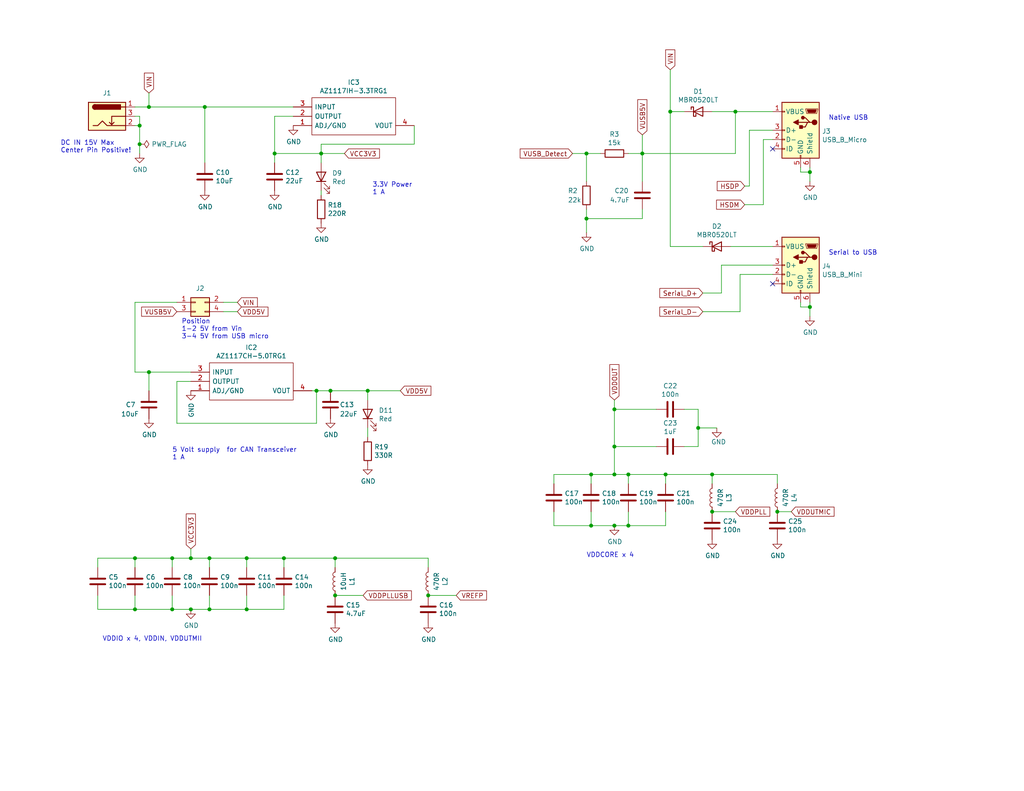
<source format=kicad_sch>
(kicad_sch (version 20211123) (generator eeschema)
  (paper "USLetter")
  (title_block (title "SAMduino") (date "2021-10-22") (rev "1.0") (company "Quantum Embedded Systems"))
  (lib_symbols
    (symbol "Connector:Barrel_Jack_Switch" (pin_names hide)
      (property "Reference" "J" (at 0 5.334 0))
      (property "Value" "Barrel_Jack_Switch" (at 0 -5.08 0))
      (symbol "Barrel_Jack_Switch_0_1"
        (rectangle (start -5.08 3.81) (end 5.08 -3.81) (stroke (width 0.254)) (fill (type background)))
        (arc (start -3.302 3.175) (mid -3.937 2.54) (end -3.302 1.905) (stroke (width 0.254)))
        (arc (start -3.302 3.175) (mid -3.937 2.54) (end -3.302 1.905) (stroke (width 0.254)) (fill (type outline)))
        (polyline (pts (xy 1.27 -2.286) (xy 1.905 -1.651)) (stroke (width 0.254)))
        (polyline (pts (xy 5.08 2.54) (xy 3.81 2.54)) (stroke (width 0.254)))
        (polyline (pts (xy 5.08 0) (xy 1.27 0) (xy 1.27 -2.286) (xy 0.635 -1.651)) (stroke (width 0.254)))
        (polyline (pts (xy -3.81 -2.54) (xy -2.54 -2.54) (xy -1.27 -1.27) (xy 0 -2.54) (xy 2.54 -2.54) (xy 5.08 -2.54)) (stroke (width 0.254)))
        (rectangle (start 3.683 3.175) (end -3.302 1.905) (stroke (width 0.254)) (fill (type outline)))
      )
      (symbol "Barrel_Jack_Switch_1_1"
        (pin passive line (at 7.62 2.54 180) (length 2.54) (name "~") (number "1"))
        (pin passive line (at 7.62 -2.54 180) (length 2.54) (name "~") (number "2"))
        (pin passive line (at 7.62 0 180) (length 2.54) (name "~") (number "3"))
      )
    )
    (symbol "Connector_Generic:Conn_02x02_Odd_Even" (pin_names (offset 1.016) hide)
      (property "Reference" "J" (at 1.27 2.54 0))
      (property "Value" "Conn_02x02_Odd_Even" (at 1.27 -5.08 0))
      (symbol "Conn_02x02_Odd_Even_1_1"
        (rectangle (start -1.27 -2.413) (end 0 -2.667) (stroke (width 0.1524)))
        (rectangle (start -1.27 0.127) (end 0 -0.127) (stroke (width 0.1524)))
        (rectangle (start -1.27 1.27) (end 3.81 -3.81) (stroke (width 0.254)) (fill (type background)))
        (rectangle (start 3.81 -2.413) (end 2.54 -2.667) (stroke (width 0.1524)))
        (rectangle (start 3.81 0.127) (end 2.54 -0.127) (stroke (width 0.1524)))
        (pin passive line (at -5.08 0 0) (length 3.81) (name "Pin_1") (number "1"))
        (pin passive line (at 7.62 0 180) (length 3.81) (name "Pin_2") (number "2"))
        (pin passive line (at -5.08 -2.54 0) (length 3.81) (name "Pin_3") (number "3"))
        (pin passive line (at 7.62 -2.54 180) (length 3.81) (name "Pin_4") (number "4"))
      )
    )
    (symbol "Device:C" (pin_numbers hide) (pin_names (offset 0.254))
      (property "Reference" "C" (at 0.635 2.54 0))
      (property "Value" "C" (at 0.635 -2.54 0))
      (symbol "C_0_1"
        (polyline (pts (xy -2.032 -0.762) (xy 2.032 -0.762)) (stroke (width 0.508)))
        (polyline (pts (xy -2.032 0.762) (xy 2.032 0.762)) (stroke (width 0.508)))
      )
      (symbol "C_1_1"
        (pin passive line (at 0 3.81 270) (length 2.794) (name "~") (number "1"))
        (pin passive line (at 0 -3.81 90) (length 2.794) (name "~") (number "2"))
      )
    )
    (symbol "Device:L" (pin_numbers hide) (pin_names (offset 1.016) hide)
      (property "Reference" "L" (at -1.27 0 90))
      (property "Value" "L" (at 1.905 0 90))
      (symbol "L_0_1"
        (arc (start 0 -2.54) (mid 0.635 -1.905) (end 0 -1.27))
        (arc (start 0 -1.27) (mid 0.635 -0.635) (end 0 0))
        (arc (start 0 0) (mid 0.635 0.635) (end 0 1.27))
        (arc (start 0 1.27) (mid 0.635 1.905) (end 0 2.54))
      )
      (symbol "L_1_1"
        (pin passive line (at 0 3.81 270) (length 1.27) (name "1") (number "1"))
        (pin passive line (at 0 -3.81 90) (length 1.27) (name "2") (number "2"))
      )
    )
    (symbol "Device:LED" (pin_numbers hide) (pin_names (offset 1.016) hide)
      (property "Reference" "D" (at 0 2.54 0))
      (property "Value" "LED" (at 0 -2.54 0))
      (symbol "LED_0_1"
        (polyline (pts (xy -1.27 -1.27) (xy -1.27 1.27)) (stroke (width 0.254)))
        (polyline (pts (xy -1.27 0) (xy 1.27 0)))
        (polyline (pts (xy 1.27 -1.27) (xy 1.27 1.27) (xy -1.27 0) (xy 1.27 -1.27)) (stroke (width 0.254)))
        (polyline (pts (xy -3.048 -0.762) (xy -4.572 -2.286) (xy -3.81 -2.286) (xy -4.572 -2.286) (xy -4.572 -1.524)))
        (polyline (pts (xy -1.778 -0.762) (xy -3.302 -2.286) (xy -2.54 -2.286) (xy -3.302 -2.286) (xy -3.302 -1.524)))
      )
      (symbol "LED_1_1"
        (pin passive line (at -3.81 0 0) (length 2.54) (name "K") (number "1"))
        (pin passive line (at 3.81 0 180) (length 2.54) (name "A") (number "2"))
      )
    )
    (symbol "Device:R" (pin_numbers hide) (pin_names (offset 0))
      (property "Reference" "R" (at 2.032 0 90))
      (property "Value" "R" (at 0 0 90))
      (symbol "R_0_1"
        (rectangle (start -1.016 -2.54) (end 1.016 2.54) (stroke (width 0.254)))
      )
      (symbol "R_1_1"
        (pin passive line (at 0 3.81 270) (length 1.27) (name "~") (number "1"))
        (pin passive line (at 0 -3.81 90) (length 1.27) (name "~") (number "2"))
      )
    )
    (symbol "Diode:MBR0520LT" (pin_numbers hide) (pin_names (offset 1.016) hide)
      (property "Reference" "D" (at 0 2.54 0))
      (property "Value" "MBR0520LT" (at 0 -2.54 0))
      (symbol "MBR0520LT_0_1"
        (polyline (pts (xy 1.27 0) (xy -1.27 0)))
        (polyline (pts (xy 1.27 1.27) (xy 1.27 -1.27) (xy -1.27 0) (xy 1.27 1.27)) (stroke (width 0.254)))
        (polyline (pts (xy -1.905 0.635) (xy -1.905 1.27) (xy -1.27 1.27) (xy -1.27 -1.27) (xy -0.635 -1.27) (xy -0.635 -0.635)) (stroke (width 0.254)))
      )
      (symbol "MBR0520LT_1_1"
        (pin passive line (at -3.81 0 0) (length 2.54) (name "K") (number "1"))
        (pin passive line (at 3.81 0 180) (length 2.54) (name "A") (number "2"))
      )
    )
    (symbol "SamacSys_Parts:AZ1117CH-5.0TRG1" (pin_names (offset 0.762))
      (property "Reference" "IC" (at 29.21 7.62 0))
      (property "Value" "AZ1117CH-5.0TRG1" (at 29.21 5.08 0))
      (symbol "AZ1117CH-5.0TRG1_0_0"
        (pin passive line (at 0 0 0) (length 5.08) (name "ADJ/GND") (number "1"))
        (pin passive line (at 0 -2.54 0) (length 5.08) (name "OUTPUT") (number "2"))
        (pin passive line (at 0 -5.08 0) (length 5.08) (name "INPUT") (number "3"))
        (pin passive line (at 33.02 0 180) (length 5.08) (name "VOUT") (number "4"))
      )
      (symbol "AZ1117CH-5.0TRG1_0_1"
        (polyline (pts (xy 5.08 2.54) (xy 27.94 2.54) (xy 27.94 -7.62) (xy 5.08 -7.62) (xy 5.08 2.54)) (stroke (width 0.1524)))
      )
    )
    (symbol "SamacSys_Parts:AZ1117IH-3.3TRG1" (pin_names (offset 0.762))
      (property "Reference" "IC" (at 29.21 7.62 0))
      (property "Value" "AZ1117IH-3.3TRG1" (at 29.21 5.08 0))
      (symbol "AZ1117IH-3.3TRG1_0_0"
        (pin passive line (at 0 0 0) (length 5.08) (name "ADJ/GND") (number "1"))
        (pin passive line (at 0 -2.54 0) (length 5.08) (name "OUTPUT") (number "2"))
        (pin passive line (at 0 -5.08 0) (length 5.08) (name "INPUT") (number "3"))
        (pin passive line (at 33.02 0 180) (length 5.08) (name "VOUT") (number "4"))
      )
      (symbol "AZ1117IH-3.3TRG1_0_1"
        (polyline (pts (xy 5.08 2.54) (xy 27.94 2.54) (xy 27.94 -7.62) (xy 5.08 -7.62) (xy 5.08 2.54)) (stroke (width 0.1524)))
      )
    )
    (symbol "SamacSys_Parts:USB_B_Micro" (pin_names (offset 1.016))
      (property "Reference" "J" (at -5.08 11.43 0))
      (property "Value" "USB_B_Micro" (at -5.08 8.89 0))
      (symbol "USB_B_Micro_0_1"
        (rectangle (start -5.08 -7.62) (end 5.08 7.62) (stroke (width 0.254)) (fill (type background)))
        (circle (center -3.81 2.159) (radius 0.635) (stroke (width 0.254)) (fill (type outline)))
        (circle (center -0.635 3.429) (radius 0.381) (stroke (width 0.254)) (fill (type outline)))
        (rectangle (start -0.127 -7.62) (end 0.127 -6.858))
        (polyline (pts (xy -1.905 2.159) (xy 0.635 2.159)) (stroke (width 0.254)))
        (polyline (pts (xy -3.175 2.159) (xy -2.54 2.159) (xy -1.27 3.429) (xy -0.635 3.429)) (stroke (width 0.254)))
        (polyline (pts (xy -2.54 2.159) (xy -1.905 2.159) (xy -1.27 0.889) (xy 0 0.889)) (stroke (width 0.254)))
        (polyline (pts (xy 0.635 2.794) (xy 0.635 1.524) (xy 1.905 2.159) (xy 0.635 2.794)) (stroke (width 0.254)) (fill (type outline)))
        (polyline (pts (xy -4.318 5.588) (xy -1.778 5.588) (xy -2.032 4.826) (xy -4.064 4.826) (xy -4.318 5.588)) (fill (type outline)))
        (polyline (pts (xy -4.699 5.842) (xy -4.699 5.588) (xy -4.445 4.826) (xy -4.445 4.572) (xy -1.651 4.572) (xy -1.651 4.826) (xy -1.397 5.588) (xy -1.397 5.842) (xy -4.699 5.842)))
        (rectangle (start 0.254 1.27) (end -0.508 0.508) (stroke (width 0.254)) (fill (type outline)))
        (rectangle (start 5.08 -5.207) (end 4.318 -4.953))
        (rectangle (start 5.08 -2.667) (end 4.318 -2.413))
        (rectangle (start 5.08 -0.127) (end 4.318 0.127))
        (rectangle (start 5.08 4.953) (end 4.318 5.207))
      )
      (symbol "USB_B_Micro_1_1"
        (pin passive line (at 7.62 5.08 180) (length 2.54) (name "VBUS") (number "1"))
        (pin bidirectional line (at 7.62 -2.54 180) (length 2.54) (name "D-") (number "2"))
        (pin bidirectional line (at 7.62 0 180) (length 2.54) (name "D+") (number "3"))
        (pin passive line (at 7.62 -5.08 180) (length 2.54) (name "ID") (number "4"))
        (pin passive line (at 0 -10.16 90) (length 2.54) (name "GND") (number "5"))
        (pin passive line (at -2.54 -10.16 90) (length 2.54) (name "Shield") (number "6"))
      )
    )
    (symbol "SamacSys_Parts:USB_B_Mini" (pin_names (offset 1.016))
      (property "Reference" "J" (at -5.08 11.43 0))
      (property "Value" "USB_B_Mini" (at -5.08 8.89 0))
      (symbol "USB_B_Mini_0_1"
        (rectangle (start -5.08 -7.62) (end 5.08 7.62) (stroke (width 0.254)) (fill (type background)))
        (circle (center -3.81 2.159) (radius 0.635) (stroke (width 0.254)) (fill (type outline)))
        (circle (center -0.635 3.429) (radius 0.381) (stroke (width 0.254)) (fill (type outline)))
        (rectangle (start -0.127 -7.62) (end 0.127 -6.858))
        (polyline (pts (xy -1.905 2.159) (xy 0.635 2.159)) (stroke (width 0.254)))
        (polyline (pts (xy -3.175 2.159) (xy -2.54 2.159) (xy -1.27 3.429) (xy -0.635 3.429)) (stroke (width 0.254)))
        (polyline (pts (xy -2.54 2.159) (xy -1.905 2.159) (xy -1.27 0.889) (xy 0 0.889)) (stroke (width 0.254)))
        (polyline (pts (xy 0.635 2.794) (xy 0.635 1.524) (xy 1.905 2.159) (xy 0.635 2.794)) (stroke (width 0.254)) (fill (type outline)))
        (polyline (pts (xy -4.318 5.588) (xy -1.778 5.588) (xy -2.032 4.826) (xy -4.064 4.826) (xy -4.318 5.588)) (fill (type outline)))
        (polyline (pts (xy -4.699 5.842) (xy -4.699 5.588) (xy -4.445 4.826) (xy -4.445 4.572) (xy -1.651 4.572) (xy -1.651 4.826) (xy -1.397 5.588) (xy -1.397 5.842) (xy -4.699 5.842)))
        (rectangle (start 0.254 1.27) (end -0.508 0.508) (stroke (width 0.254)) (fill (type outline)))
        (rectangle (start 5.08 -5.207) (end 4.318 -4.953))
        (rectangle (start 5.08 -2.667) (end 4.318 -2.413))
        (rectangle (start 5.08 -0.127) (end 4.318 0.127))
        (rectangle (start 5.08 4.953) (end 4.318 5.207))
      )
      (symbol "USB_B_Mini_1_1"
        (pin passive line (at 7.62 5.08 180) (length 2.54) (name "VBUS") (number "1"))
        (pin bidirectional line (at 7.62 -2.54 180) (length 2.54) (name "D-") (number "2"))
        (pin bidirectional line (at 7.62 0 180) (length 2.54) (name "D+") (number "3"))
        (pin passive line (at 7.62 -5.08 180) (length 2.54) (name "ID") (number "4"))
        (pin passive line (at 0 -10.16 90) (length 2.54) (name "GND") (number "5"))
        (pin passive line (at -2.54 -10.16 90) (length 2.54) (name "Shield") (number "6"))
      )
    )
    (symbol "power:GND" (power) (pin_names (offset 0))
      (property "Value" "GND" (at 0 -3.81 0))
      (symbol "GND_0_1"
        (polyline (pts (xy 0 0) (xy 0 -1.27) (xy 1.27 -1.27) (xy 0 -2.54) (xy -1.27 -1.27) (xy 0 -1.27)))
      )
      (symbol "GND_1_1"
        (pin power_in line (at 0 0 270) (length 0) hide (name "GND") (number "1"))
      )
    )
    (symbol "power:PWR_FLAG" (power) (pin_numbers hide) (pin_names (offset 0) hide)
      (property "Value" "PWR_FLAG" (at 0 3.81 0))
      (symbol "PWR_FLAG_0_0"
        (pin power_out line (at 0 0 90) (length 0) (name "pwr") (number "1"))
      )
      (symbol "PWR_FLAG_0_1"
        (polyline (pts (xy 0 0) (xy 0 1.27) (xy -1.016 1.905) (xy 0 2.54) (xy 1.016 1.905) (xy 0 1.27)))
      )
    )
  )
  (junction (at 55.88 29.21))
  (junction (at 171.45 129.54))
  (junction (at 36.83 166.37))
  (junction (at 38.1 34.29))
  (junction (at 190.5 116.84))
  (junction (at 175.26 41.91))
  (junction (at 167.64 121.92))
  (junction (at 182.88 30.48))
  (junction (at 77.47 152.4))
  (junction (at 167.64 111.76))
  (junction (at 57.15 152.4))
  (junction (at 161.29 129.54))
  (junction (at 46.99 166.37))
  (junction (at 40.64 29.21))
  (junction (at 87.63 41.91))
  (junction (at 220.98 83.82))
  (junction (at 86.36 106.68))
  (junction (at 52.07 166.37))
  (junction (at 46.99 152.4))
  (junction (at 67.31 166.37))
  (junction (at 91.44 152.4))
  (junction (at 194.31 139.7))
  (junction (at 161.29 143.51))
  (junction (at 181.61 129.54))
  (junction (at 212.09 139.7))
  (junction (at 90.17 106.68))
  (junction (at 38.1 39.37))
  (junction (at 36.83 152.4))
  (junction (at 67.31 152.4))
  (junction (at 74.93 41.91))
  (junction (at 194.31 129.54))
  (junction (at 160.02 41.91))
  (junction (at 200.66 30.48))
  (junction (at 167.64 129.54))
  (junction (at 220.98 46.99))
  (junction (at 57.15 166.37))
  (junction (at 171.45 143.51))
  (junction (at 100.33 106.68))
  (junction (at 40.64 101.6))
  (junction (at 160.02 59.69))
  (junction (at 52.07 152.4))
  (junction (at 91.44 162.56))
  (junction (at 116.84 162.56))
  (junction (at 167.64 143.51))
  (no_connect (at 210.82 40.64))
  (no_connect (at 210.82 77.47))
  (wire (pts (xy 87.63 53.34) (xy 87.63 52.07)))
  (wire (pts (xy 171.45 143.51) (xy 181.61 143.51)))
  (wire (pts (xy 179.07 121.92) (xy 167.64 121.92)))
  (wire (pts (xy 57.15 162.56) (xy 57.15 166.37)))
  (wire (pts (xy 179.07 111.76) (xy 167.64 111.76)))
  (wire (pts (xy 191.77 85.09) (xy 201.93 85.09)))
  (wire (pts (xy 186.69 121.92) (xy 190.5 121.92)))
  (wire (pts (xy 181.61 143.51) (xy 181.61 139.7)))
  (wire (pts (xy 167.64 111.76) (xy 167.64 121.92)))
  (wire (pts (xy 113.03 39.37) (xy 87.63 39.37)))
  (wire (pts (xy 175.26 57.15) (xy 175.26 59.69)))
  (wire (pts (xy 161.29 132.08) (xy 161.29 129.54)))
  (wire (pts (xy 220.98 46.99) (xy 220.98 49.53)))
  (wire (pts (xy 161.29 143.51) (xy 167.64 143.51)))
  (wire (pts (xy 160.02 41.91) (xy 156.21 41.91)))
  (wire (pts (xy 160.02 41.91) (xy 163.83 41.91)))
  (wire (pts (xy 67.31 166.37) (xy 77.47 166.37)))
  (wire (pts (xy 57.15 166.37) (xy 67.31 166.37)))
  (wire (pts (xy 46.99 166.37) (xy 52.07 166.37)))
  (wire (pts (xy 212.09 129.54) (xy 212.09 132.08)))
  (wire (pts (xy 199.39 67.31) (xy 210.82 67.31)))
  (wire (pts (xy 161.29 129.54) (xy 167.64 129.54)))
  (wire (pts (xy 167.64 143.51) (xy 171.45 143.51)))
  (wire (pts (xy 64.77 82.55) (xy 60.96 82.55)))
  (wire (pts (xy 151.13 129.54) (xy 161.29 129.54)))
  (wire (pts (xy 113.03 34.29) (xy 113.03 39.37)))
  (wire (pts (xy 182.88 67.31) (xy 191.77 67.31)))
  (wire (pts (xy 151.13 132.08) (xy 151.13 129.54)))
  (wire (pts (xy 100.33 106.68) (xy 109.22 106.68)))
  (wire (pts (xy 87.63 39.37) (xy 87.63 41.91)))
  (wire (pts (xy 200.66 30.48) (xy 210.82 30.48)))
  (wire (pts (xy 182.88 19.05) (xy 182.88 30.48)))
  (wire (pts (xy 160.02 49.53) (xy 160.02 41.91)))
  (wire (pts (xy 203.2 55.88) (xy 208.28 55.88)))
  (wire (pts (xy 218.44 46.99) (xy 220.98 46.99)))
  (wire (pts (xy 220.98 45.72) (xy 220.98 46.99)))
  (wire (pts (xy 181.61 129.54) (xy 194.31 129.54)))
  (wire (pts (xy 167.64 109.22) (xy 167.64 111.76)))
  (wire (pts (xy 171.45 129.54) (xy 181.61 129.54)))
  (wire (pts (xy 151.13 143.51) (xy 161.29 143.51)))
  (wire (pts (xy 48.26 104.14) (xy 48.26 115.57)))
  (wire (pts (xy 77.47 166.37) (xy 77.47 162.56)))
  (wire (pts (xy 36.83 154.94) (xy 36.83 152.4)))
  (wire (pts (xy 167.64 129.54) (xy 171.45 129.54)))
  (wire (pts (xy 195.58 116.84) (xy 190.5 116.84)))
  (wire (pts (xy 91.44 152.4) (xy 91.44 154.94)))
  (wire (pts (xy 64.77 85.09) (xy 60.96 85.09)))
  (wire (pts (xy 40.64 29.21) (xy 55.88 29.21)))
  (wire (pts (xy 175.26 41.91) (xy 175.26 36.83)))
  (wire (pts (xy 151.13 139.7) (xy 151.13 143.51)))
  (wire (pts (xy 91.44 152.4) (xy 116.84 152.4)))
  (wire (pts (xy 26.67 154.94) (xy 26.67 152.4)))
  (wire (pts (xy 40.64 106.68) (xy 40.64 101.6)))
  (wire (pts (xy 190.5 116.84) (xy 190.5 121.92)))
  (wire (pts (xy 196.85 80.01) (xy 196.85 72.39)))
  (wire (pts (xy 55.88 29.21) (xy 80.01 29.21)))
  (wire (pts (xy 208.28 38.1) (xy 210.82 38.1)))
  (wire (pts (xy 175.26 41.91) (xy 200.66 41.91)))
  (wire (pts (xy 36.83 82.55) (xy 48.26 82.55)))
  (wire (pts (xy 52.07 149.86) (xy 52.07 152.4)))
  (wire (pts (xy 36.83 29.21) (xy 40.64 29.21)))
  (wire (pts (xy 218.44 45.72) (xy 218.44 46.99)))
  (wire (pts (xy 204.47 50.8) (xy 203.2 50.8)))
  (wire (pts (xy 116.84 152.4) (xy 116.84 154.94)))
  (wire (pts (xy 46.99 152.4) (xy 52.07 152.4)))
  (wire (pts (xy 57.15 154.94) (xy 57.15 152.4)))
  (wire (pts (xy 220.98 82.55) (xy 220.98 83.82)))
  (wire (pts (xy 204.47 50.8) (xy 204.47 35.56)))
  (wire (pts (xy 160.02 59.69) (xy 160.02 63.5)))
  (wire (pts (xy 100.33 119.38) (xy 100.33 116.84)))
  (wire (pts (xy 36.83 162.56) (xy 36.83 166.37)))
  (wire (pts (xy 48.26 115.57) (xy 86.36 115.57)))
  (wire (pts (xy 38.1 39.37) (xy 38.1 34.29)))
  (wire (pts (xy 186.69 111.76) (xy 190.5 111.76)))
  (wire (pts (xy 87.63 41.91) (xy 93.98 41.91)))
  (wire (pts (xy 80.01 31.75) (xy 74.93 31.75)))
  (wire (pts (xy 182.88 30.48) (xy 182.88 67.31)))
  (wire (pts (xy 191.77 80.01) (xy 196.85 80.01)))
  (wire (pts (xy 38.1 31.75) (xy 36.83 31.75)))
  (wire (pts (xy 46.99 154.94) (xy 46.99 152.4)))
  (wire (pts (xy 55.88 44.45) (xy 55.88 29.21)))
  (wire (pts (xy 77.47 152.4) (xy 77.47 154.94)))
  (wire (pts (xy 74.93 41.91) (xy 87.63 41.91)))
  (wire (pts (xy 201.93 85.09) (xy 201.93 74.93)))
  (wire (pts (xy 87.63 44.45) (xy 87.63 41.91)))
  (wire (pts (xy 36.83 166.37) (xy 46.99 166.37)))
  (wire (pts (xy 36.83 34.29) (xy 38.1 34.29)))
  (wire (pts (xy 52.07 152.4) (xy 57.15 152.4)))
  (wire (pts (xy 161.29 139.7) (xy 161.29 143.51)))
  (wire (pts (xy 171.45 139.7) (xy 171.45 143.51)))
  (wire (pts (xy 90.17 106.68) (xy 100.33 106.68)))
  (wire (pts (xy 171.45 132.08) (xy 171.45 129.54)))
  (wire (pts (xy 196.85 72.39) (xy 210.82 72.39)))
  (wire (pts (xy 57.15 152.4) (xy 67.31 152.4)))
  (wire (pts (xy 52.07 166.37) (xy 57.15 166.37)))
  (wire (pts (xy 52.07 104.14) (xy 48.26 104.14)))
  (wire (pts (xy 77.47 152.4) (xy 91.44 152.4)))
  (wire (pts (xy 36.83 101.6) (xy 40.64 101.6)))
  (wire (pts (xy 167.64 121.92) (xy 167.64 129.54)))
  (wire (pts (xy 86.36 106.68) (xy 90.17 106.68)))
  (wire (pts (xy 40.64 25.4) (xy 40.64 29.21)))
  (wire (pts (xy 74.93 44.45) (xy 74.93 41.91)))
  (wire (pts (xy 194.31 129.54) (xy 212.09 129.54)))
  (wire (pts (xy 67.31 154.94) (xy 67.31 152.4)))
  (wire (pts (xy 46.99 162.56) (xy 46.99 166.37)))
  (wire (pts (xy 67.31 162.56) (xy 67.31 166.37)))
  (wire (pts (xy 85.09 106.68) (xy 86.36 106.68)))
  (wire (pts (xy 171.45 41.91) (xy 175.26 41.91)))
  (wire (pts (xy 181.61 129.54) (xy 181.61 132.08)))
  (wire (pts (xy 218.44 83.82) (xy 220.98 83.82)))
  (wire (pts (xy 175.26 49.53) (xy 175.26 41.91)))
  (wire (pts (xy 200.66 41.91) (xy 200.66 30.48)))
  (wire (pts (xy 26.67 166.37) (xy 36.83 166.37)))
  (wire (pts (xy 218.44 82.55) (xy 218.44 83.82)))
  (wire (pts (xy 186.69 30.48) (xy 182.88 30.48)))
  (wire (pts (xy 160.02 57.15) (xy 160.02 59.69)))
  (wire (pts (xy 38.1 34.29) (xy 38.1 31.75)))
  (wire (pts (xy 208.28 55.88) (xy 208.28 38.1)))
  (wire (pts (xy 190.5 111.76) (xy 190.5 116.84)))
  (wire (pts (xy 220.98 83.82) (xy 220.98 86.36)))
  (wire (pts (xy 194.31 132.08) (xy 194.31 129.54)))
  (wire (pts (xy 36.83 152.4) (xy 46.99 152.4)))
  (wire (pts (xy 99.06 162.56) (xy 91.44 162.56)))
  (wire (pts (xy 204.47 35.56) (xy 210.82 35.56)))
  (wire (pts (xy 38.1 41.91) (xy 38.1 39.37)))
  (wire (pts (xy 100.33 109.22) (xy 100.33 106.68)))
  (wire (pts (xy 40.64 101.6) (xy 52.07 101.6)))
  (wire (pts (xy 74.93 31.75) (xy 74.93 41.91)))
  (wire (pts (xy 194.31 30.48) (xy 200.66 30.48)))
  (wire (pts (xy 212.09 139.7) (xy 215.9 139.7)))
  (wire (pts (xy 26.67 162.56) (xy 26.67 166.37)))
  (wire (pts (xy 201.93 74.93) (xy 210.82 74.93)))
  (wire (pts (xy 36.83 82.55) (xy 36.83 101.6)))
  (wire (pts (xy 175.26 59.69) (xy 160.02 59.69)))
  (wire (pts (xy 194.31 139.7) (xy 200.66 139.7)))
  (wire (pts (xy 124.46 162.56) (xy 116.84 162.56)))
  (wire (pts (xy 86.36 115.57) (xy 86.36 106.68)))
  (wire (pts (xy 67.31 152.4) (xy 77.47 152.4)))
  (wire (pts (xy 26.67 152.4) (xy 36.83 152.4)))
  (text "Serial to USB" (at 226.06 69.85 0) (effects (font (size 1.27 1.27)) (justify left bottom)))
  (text "Position\n1-2 5V from Vin\n3-4 5V from USB micro" (at 49.53 92.71 0) (effects (font (size 1.27 1.27)) (justify left bottom)))
  (text "DC IN 15V Max\nCenter Pin Positive!" (at 16.51 41.91 0) (effects (font (size 1.27 1.27)) (justify left bottom)))
  (text "VDDIO x 4, VDDIN, VDDUTMII" (at 27.94 175.26 0) (effects (font (size 1.27 1.27)) (justify left bottom)))
  (text "VDDCORE x 4" (at 160.02 152.4 0) (effects (font (size 1.27 1.27)) (justify left bottom)))
  (text "3.3V Power\n1 A" (at 101.6 53.34 0) (effects (font (size 1.27 1.27)) (justify left bottom)))
  (text "5 Volt supply  for CAN Transceiver\n1 A" (at 46.99 125.73 0) (effects (font (size 1.27 1.27)) (justify left bottom)))
  (text "Native USB" (at 226.06 33.02 0) (effects (font (size 1.27 1.27)) (justify left bottom)))
  (global_label "HSDP" (shape input) (at 203.2 50.8 180) (property "Intersheet References" "${INTERSHEET_REFS}" (effects hide)))
  (global_label "Serial_D-" (shape input) (at 191.77 85.09 180) (property "Intersheet References" "${INTERSHEET_REFS}" (effects hide)))
  (global_label "VIN" (shape input) (at 64.77 82.55 0) (property "Intersheet References" "${INTERSHEET_REFS}" (effects hide)))
  (global_label "VDD5V" (shape input) (at 109.22 106.68 0) (property "Intersheet References" "${INTERSHEET_REFS}" (effects hide)))
  (global_label "VCC3V3" (shape input) (at 93.98 41.91 0) (property "Intersheet References" "${INTERSHEET_REFS}" (effects hide)))
  (global_label "VIN" (shape input) (at 40.64 25.4 90) (property "Intersheet References" "${INTERSHEET_REFS}" (effects hide)))
  (global_label "VDDUTMIC" (shape input) (at 215.9 139.7 0) (property "Intersheet References" "${INTERSHEET_REFS}" (effects hide)))
  (global_label "VIN" (shape input) (at 182.88 19.05 90) (property "Intersheet References" "${INTERSHEET_REFS}" (effects hide)))
  (global_label "VDD5V" (shape input) (at 64.77 85.09 0) (property "Intersheet References" "${INTERSHEET_REFS}" (effects hide)))
  (global_label "Serial_D+" (shape input) (at 191.77 80.01 180) (property "Intersheet References" "${INTERSHEET_REFS}" (effects hide)))
  (global_label "VDDPLLUSB" (shape input) (at 99.06 162.56 0) (property "Intersheet References" "${INTERSHEET_REFS}" (effects hide)))
  (global_label "VCC3V3" (shape input) (at 52.07 149.86 90) (property "Intersheet References" "${INTERSHEET_REFS}" (effects hide)))
  (global_label "VDDOUT" (shape input) (at 167.64 109.22 90) (property "Intersheet References" "${INTERSHEET_REFS}" (effects hide)))
  (global_label "VUSB5V" (shape input) (at 175.26 36.83 90) (property "Intersheet References" "${INTERSHEET_REFS}" (effects hide)))
  (global_label "VDDPLL" (shape input) (at 200.66 139.7 0) (property "Intersheet References" "${INTERSHEET_REFS}" (effects hide)))
  (global_label "VUSB_Detect" (shape input) (at 156.21 41.91 180) (property "Intersheet References" "${INTERSHEET_REFS}" (effects hide)))
  (global_label "VREFP" (shape input) (at 124.46 162.56 0) (property "Intersheet References" "${INTERSHEET_REFS}" (effects hide)))
  (global_label "VUSB5V" (shape input) (at 48.26 85.09 180) (property "Intersheet References" "${INTERSHEET_REFS}" (effects hide)))
  (global_label "HSDM" (shape input) (at 203.2 55.88 180) (property "Intersheet References" "${INTERSHEET_REFS}" (effects hide)))
  (symbol (lib_id "Device:C") (at 55.88 48.26 0) (unit 1)
    (property "Reference" "C10" (at 58.801 47.0916 0) (effects (justify left)))
    (property "Value" "10uF" (at 58.801 49.403 0) (effects (justify left)))
    (property "Footprint" "Capacitor_SMD:C_0805_2012Metric" (effects hide))
  )
  (symbol (lib_id "Device:C") (at 74.93 48.26 0) (unit 1)
    (property "Reference" "C12" (at 77.851 47.0916 0) (effects (justify left)))
    (property "Value" "22uF" (at 77.851 49.403 0) (effects (justify left)))
    (property "Footprint" "Capacitor_SMD:C_0603_1608Metric" (effects hide))
  )
  (symbol (lib_id "power:GND") (at 74.93 52.07 0) (unit 1)
    (property "Reference" "#PWR019" (effects hide))
    (property "Value" "GND" (at 75.057 56.4642 0))
  )
  (symbol (lib_id "power:GND") (at 55.88 52.07 0) (unit 1)
    (property "Reference" "#PWR017" (effects hide))
    (property "Value" "GND" (at 56.007 56.4642 0))
  )
  (symbol (lib_id "Connector:Barrel_Jack_Switch") (at 29.21 31.75 0) (unit 1)
    (property "Reference" "J1" (at 29.21 25.4 0))
    (property "Value" "Barrel_Jack_Switch" (effects hide))
    (property "Footprint" "Connector_BarrelJack:BarrelJack_Wuerth_6941xx301002" (effects hide))
  )
  (symbol (lib_id "Device:C") (at 26.67 158.75 0) (unit 1)
    (property "Reference" "C5" (at 29.591 157.5816 0) (effects (justify left)))
    (property "Value" "100n" (at 29.591 159.893 0) (effects (justify left)))
    (property "Footprint" "Capacitor_SMD:C_0402_1005Metric" (effects hide))
  )
  (symbol (lib_id "Device:C") (at 36.83 158.75 0) (unit 1)
    (property "Reference" "C6" (at 39.751 157.5816 0) (effects (justify left)))
    (property "Value" "100n" (at 39.751 159.893 0) (effects (justify left)))
    (property "Footprint" "Capacitor_SMD:C_0402_1005Metric" (effects hide))
  )
  (symbol (lib_id "Device:C") (at 46.99 158.75 0) (unit 1)
    (property "Reference" "C8" (at 49.911 157.5816 0) (effects (justify left)))
    (property "Value" "100n" (at 49.911 159.893 0) (effects (justify left)))
    (property "Footprint" "Capacitor_SMD:C_0402_1005Metric" (effects hide))
  )
  (symbol (lib_id "Device:C") (at 57.15 158.75 0) (unit 1)
    (property "Reference" "C9" (at 60.071 157.5816 0) (effects (justify left)))
    (property "Value" "100n" (at 60.071 159.893 0) (effects (justify left)))
    (property "Footprint" "Capacitor_SMD:C_0402_1005Metric" (effects hide))
  )
  (symbol (lib_id "Device:C") (at 67.31 158.75 0) (unit 1)
    (property "Reference" "C11" (at 70.231 157.5816 0) (effects (justify left)))
    (property "Value" "100n" (at 70.231 159.893 0) (effects (justify left)))
    (property "Footprint" "Capacitor_SMD:C_0402_1005Metric" (effects hide))
  )
  (symbol (lib_id "power:GND") (at 38.1 41.91 0) (unit 1)
    (property "Reference" "#PWR014" (effects hide))
    (property "Value" "GND" (at 38.227 46.3042 0))
  )
  (symbol (lib_id "power:GND") (at 220.98 49.53 0) (unit 1)
    (property "Reference" "#PWR029" (effects hide))
    (property "Value" "GND" (at 221.107 53.9242 0))
  )
  (symbol (lib_id "power:GND") (at 220.98 86.36 0) (unit 1)
    (property "Reference" "#PWR030" (effects hide))
    (property "Value" "GND" (at 221.107 90.7542 0))
  )
  (symbol (lib_id "Device:C") (at 77.47 158.75 0) (unit 1)
    (property "Reference" "C14" (at 80.391 157.5816 0) (effects (justify left)))
    (property "Value" "100n" (at 80.391 159.893 0) (effects (justify left)))
    (property "Footprint" "Capacitor_SMD:C_0402_1005Metric" (effects hide))
  )
  (symbol (lib_id "power:GND") (at 80.01 34.29 0) (unit 1)
    (property "Reference" "#PWR022" (effects hide))
    (property "Value" "GND" (at 80.137 38.6842 0))
  )
  (symbol (lib_id "Device:R") (at 167.64 41.91 270) (unit 1)
    (property "Reference" "R3" (at 167.64 36.6522 90))
    (property "Value" "15k" (at 167.64 38.9636 90))
    (property "Footprint" "Resistor_SMD:R_0603_1608Metric" (effects hide))
  )
  (symbol (lib_id "Device:R") (at 160.02 53.34 0) (unit 1)
    (property "Reference" "R2" (at 154.94 52.07 0) (effects (justify left)))
    (property "Value" "22k" (at 154.94 54.61 0) (effects (justify left)))
    (property "Footprint" "Resistor_SMD:R_0603_1608Metric" (effects hide))
  )
  (symbol (lib_id "Device:C") (at 175.26 53.34 0) (unit 1)
    (property "Reference" "C20" (at 167.64 52.07 0) (effects (justify left)))
    (property "Value" "4.7uF" (at 166.37 54.61 0) (effects (justify left)))
    (property "Footprint" "Capacitor_SMD:C_0603_1608Metric" (effects hide))
  )
  (symbol (lib_id "power:GND") (at 160.02 63.5 0) (unit 1)
    (property "Reference" "#PWR024" (effects hide))
    (property "Value" "GND" (at 160.147 67.8942 0))
  )
  (symbol (lib_id "power:GND") (at 52.07 166.37 0) (unit 1)
    (property "Reference" "#PWR016" (effects hide))
    (property "Value" "GND" (at 52.197 170.7642 0))
  )
  (symbol (lib_id "Device:C") (at 91.44 166.37 0) (unit 1)
    (property "Reference" "C15" (at 94.361 165.2016 0) (effects (justify left)))
    (property "Value" "4.7uF" (at 94.361 167.513 0) (effects (justify left)))
    (property "Footprint" "Capacitor_SMD:C_0603_1608Metric" (effects hide))
  )
  (symbol (lib_id "Device:C") (at 40.64 110.49 0) (unit 1)
    (property "Reference" "C7" (at 34.29 110.49 0) (effects (justify left)))
    (property "Value" "10uF" (at 33.02 113.03 0) (effects (justify left)))
    (property "Footprint" "Capacitor_SMD:C_0805_2012Metric" (effects hide))
  )
  (symbol (lib_id "Device:L") (at 91.44 158.75 180) (unit 1)
    (property "Reference" "L1" (at 96.0374 158.75 90))
    (property "Value" "10uH" (at 93.726 158.75 90))
    (property "Footprint" "Inductor_SMD:L_0603_1608Metric" (effects hide))
  )
  (symbol (lib_id "Device:C") (at 90.17 110.49 0) (unit 1)
    (property "Reference" "C13" (at 92.71 110.49 0) (effects (justify left)))
    (property "Value" "22uF" (at 92.71 113.03 0) (effects (justify left)))
    (property "Footprint" "Capacitor_SMD:C_0603_1608Metric" (effects hide))
  )
  (symbol (lib_id "power:GND") (at 91.44 170.18 0) (unit 1)
    (property "Reference" "#PWR021" (effects hide))
    (property "Value" "GND" (at 91.567 174.5742 0))
  )
  (symbol (lib_id "power:GND") (at 40.64 114.3 0) (unit 1)
    (property "Reference" "#PWR015" (effects hide))
    (property "Value" "GND" (at 40.767 118.6942 0))
  )
  (symbol (lib_id "power:GND") (at 90.17 114.3 0) (unit 1)
    (property "Reference" "#PWR020" (effects hide))
    (property "Value" "GND" (at 90.297 118.6942 0))
  )
  (symbol (lib_id "power:GND") (at 52.07 106.68 0) (unit 1)
    (property "Reference" "#PWR018" (effects hide))
    (property "Value" "GND" (at 52.197 109.9312 90) (effects (justify right)))
  )
  (symbol (lib_id "Device:C") (at 151.13 135.89 0) (unit 1)
    (property "Reference" "C17" (at 154.051 134.7216 0) (effects (justify left)))
    (property "Value" "100n" (at 154.051 137.033 0) (effects (justify left)))
    (property "Footprint" "Capacitor_SMD:C_0402_1005Metric" (effects hide))
  )
  (symbol (lib_id "Device:C") (at 161.29 135.89 0) (unit 1)
    (property "Reference" "C18" (at 164.211 134.7216 0) (effects (justify left)))
    (property "Value" "100n" (at 164.211 137.033 0) (effects (justify left)))
    (property "Footprint" "Capacitor_SMD:C_0402_1005Metric" (effects hide))
  )
  (symbol (lib_id "Device:C") (at 171.45 135.89 0) (unit 1)
    (property "Reference" "C19" (at 174.371 134.7216 0) (effects (justify left)))
    (property "Value" "100n" (at 174.371 137.033 0) (effects (justify left)))
    (property "Footprint" "Capacitor_SMD:C_0402_1005Metric" (effects hide))
  )
  (symbol (lib_id "Device:C") (at 181.61 135.89 0) (unit 1)
    (property "Reference" "C21" (at 184.531 134.7216 0) (effects (justify left)))
    (property "Value" "100n" (at 184.531 137.033 0) (effects (justify left)))
    (property "Footprint" "Capacitor_SMD:C_0402_1005Metric" (effects hide))
  )
  (symbol (lib_id "Device:C") (at 182.88 111.76 270) (unit 1)
    (property "Reference" "C22" (at 182.88 105.3592 90))
    (property "Value" "100n" (at 182.88 107.6706 90))
    (property "Footprint" "Capacitor_SMD:C_0402_1005Metric" (effects hide))
  )
  (symbol (lib_id "Device:C") (at 182.88 121.92 270) (unit 1)
    (property "Reference" "C23" (at 182.88 115.5192 90))
    (property "Value" "1uF" (at 182.88 117.8306 90))
    (property "Footprint" "Capacitor_SMD:C_0402_1005Metric" (effects hide))
  )
  (symbol (lib_id "Device:C") (at 194.31 143.51 0) (unit 1)
    (property "Reference" "C24" (at 197.231 142.3416 0) (effects (justify left)))
    (property "Value" "100n" (at 197.231 144.653 0) (effects (justify left)))
    (property "Footprint" "Capacitor_SMD:C_0402_1005Metric" (effects hide))
  )
  (symbol (lib_id "Device:C") (at 212.09 143.51 0) (unit 1)
    (property "Reference" "C25" (at 215.011 142.3416 0) (effects (justify left)))
    (property "Value" "100n" (at 215.011 144.653 0) (effects (justify left)))
    (property "Footprint" "Capacitor_SMD:C_0402_1005Metric" (effects hide))
  )
  (symbol (lib_id "Device:LED") (at 87.63 48.26 90) (unit 1)
    (property "Reference" "D9" (at 90.6272 47.2694 90) (effects (justify right)))
    (property "Value" "Red" (at 90.6272 49.5808 90) (effects (justify right)))
    (property "Footprint" "LED_SMD:LED_0603_1608Metric" (effects hide))
  )
  (symbol (lib_id "Device:R") (at 87.63 57.15 0) (unit 1)
    (property "Reference" "R18" (at 89.408 55.9816 0) (effects (justify left)))
    (property "Value" "220R" (at 89.408 58.293 0) (effects (justify left)))
    (property "Footprint" "Resistor_SMD:R_0603_1608Metric" (effects hide))
  )
  (symbol (lib_id "Connector_Generic:Conn_02x02_Odd_Even") (at 53.34 82.55 0) (unit 1)
    (property "Reference" "J2" (at 54.61 78.74 0))
    (property "Value" "Conn_02x02_Odd_Even" (effects hide))
    (property "Footprint" "Connector_PinHeader_2.54mm:PinHeader_2x02_P2.54mm_Vertical" (effects hide))
  )
  (symbol (lib_id "Diode:MBR0520LT") (at 190.5 30.48 0) (unit 1)
    (property "Reference" "D1" (at 190.5 24.9682 0))
    (property "Value" "MBR0520LT" (at 190.5 27.2796 0))
    (property "Footprint" "Diode_SMD:D_SOD-123" (effects hide))
    (property "Datasheet" "http://www.onsemi.com/pub_link/Collateral/MBR0520LT1-D.PDF" (effects hide))
  )
  (symbol (lib_id "Diode:MBR0520LT") (at 195.58 67.31 0) (unit 1)
    (property "Reference" "D2" (at 195.58 61.7982 0))
    (property "Value" "MBR0520LT" (at 195.58 64.1096 0))
    (property "Footprint" "Diode_SMD:D_SOD-123" (effects hide))
    (property "Datasheet" "http://www.onsemi.com/pub_link/Collateral/MBR0520LT1-D.PDF" (effects hide))
  )
  (symbol (lib_id "power:GND") (at 87.63 60.96 0) (unit 1)
    (property "Reference" "#PWR0101" (effects hide))
    (property "Value" "GND" (at 87.757 65.3542 0))
  )
  (symbol (lib_id "power:GND") (at 195.58 116.84 0) (unit 1)
    (property "Reference" "#PWR027" (effects hide))
    (property "Value" "GND" (at 198.12 120.65 0) (effects (justify right)))
  )
  (symbol (lib_id "power:GND") (at 167.64 143.51 0) (unit 1)
    (property "Reference" "#PWR025" (effects hide))
    (property "Value" "GND" (at 167.767 147.9042 0))
  )
  (symbol (lib_id "Device:L") (at 212.09 135.89 180) (unit 1)
    (property "Reference" "L4" (at 216.6874 135.89 90))
    (property "Value" "470R" (at 214.376 135.89 90))
    (property "Footprint" "Inductor_SMD:L_0603_1608Metric" (effects hide))
  )
  (symbol (lib_id "Device:L") (at 194.31 135.89 180) (unit 1)
    (property "Reference" "L3" (at 198.9074 135.89 90))
    (property "Value" "470R" (at 196.596 135.89 90))
    (property "Footprint" "Inductor_SMD:L_0603_1608Metric" (effects hide))
  )
  (symbol (lib_id "Device:LED") (at 100.33 113.03 90) (unit 1)
    (property "Reference" "D11" (at 103.3272 112.0394 90) (effects (justify right)))
    (property "Value" "Red" (at 103.3272 114.3508 90) (effects (justify right)))
    (property "Footprint" "LED_SMD:LED_0603_1608Metric" (effects hide))
  )
  (symbol (lib_id "Device:R") (at 100.33 123.19 0) (unit 1)
    (property "Reference" "R19" (at 102.108 122.0216 0) (effects (justify left)))
    (property "Value" "330R" (at 102.108 124.333 0) (effects (justify left)))
    (property "Footprint" "Resistor_SMD:R_0603_1608Metric" (effects hide))
  )
  (symbol (lib_id "power:GND") (at 100.33 127 0) (unit 1)
    (property "Reference" "#PWR053" (effects hide))
    (property "Value" "GND" (at 100.457 131.3942 0))
  )
  (symbol (lib_id "power:GND") (at 212.09 147.32 0) (unit 1)
    (property "Reference" "#PWR028" (effects hide))
    (property "Value" "GND" (at 212.217 151.7142 0))
  )
  (symbol (lib_id "power:GND") (at 194.31 147.32 0) (unit 1)
    (property "Reference" "#PWR026" (effects hide))
    (property "Value" "GND" (at 194.437 151.7142 0))
  )
  (symbol (lib_id "Device:C") (at 116.84 166.37 0) (unit 1)
    (property "Reference" "C16" (at 119.761 165.2016 0) (effects (justify left)))
    (property "Value" "100n" (at 119.761 167.513 0) (effects (justify left)))
    (property "Footprint" "Capacitor_SMD:C_0402_1005Metric" (effects hide))
  )
  (symbol (lib_id "Device:L") (at 116.84 158.75 180) (unit 1)
    (property "Reference" "L2" (at 121.4374 158.75 90))
    (property "Value" "470R" (at 119.126 158.75 90))
    (property "Footprint" "Inductor_SMD:L_0603_1608Metric" (effects hide))
  )
  (symbol (lib_id "power:GND") (at 116.84 170.18 0) (unit 1)
    (property "Reference" "#PWR023" (effects hide))
    (property "Value" "GND" (at 116.967 174.5742 0))
  )
  (symbol (lib_id "SamacSys_Parts:USB_B_Micro") (at 218.44 35.56 0) (mirror y) (unit 1)
    (property "Reference" "J3" (at 224.282 35.8394 0) (effects (justify right)))
    (property "Value" "USB_B_Micro" (at 224.282 38.1508 0) (effects (justify right)))
    (property "Footprint" "Connector_USB:USB_Micro-B_Amphenol_10104110_Horizontal" (effects hide))
  )
  (symbol (lib_id "SamacSys_Parts:USB_B_Mini") (at 218.44 72.39 0) (mirror y) (unit 1)
    (property "Reference" "J4" (at 224.282 72.6694 0) (effects (justify right)))
    (property "Value" "USB_B_Mini" (at 224.282 74.9808 0) (effects (justify right)))
    (property "Footprint" "Connector_USB:USB_Mini-B_Wuerth_65100516121_Horizontal" (effects hide))
  )
  (symbol (lib_id "power:PWR_FLAG") (at 38.1 39.37 270) (unit 1)
    (property "Reference" "#FLG0101" (effects hide))
    (property "Value" "PWR_FLAG" (at 41.3512 39.37 90) (effects (justify left)))
  )
  (symbol (lib_id "SamacSys_Parts:AZ1117CH-5.0TRG1") (at 52.07 106.68 0) (mirror x) (unit 1)
    (property "Reference" "IC2" (at 68.58 94.869 0))
    (property "Value" "AZ1117CH-5.0TRG1" (at 68.58 97.1804 0))
    (property "Footprint" "SOT230P700X180-4N" (effects hide))
    (property "Datasheet" "https://www.diodes.com/assets/Datasheets/AZ1117C.pdf" (effects hide))
    (property "Description" "DiodesZetex AZ1117CH-5.0TRG1, LDO Regulator, 300mA, 5 V, +/-1% 3+Tab-Pin, SOT-223" (effects hide))
    (property "Height" "1.8" (effects hide))
    (property "Mouser Part Number" "621-AZ1117CH-5.0TRG1" (effects hide))
    (property "Mouser Price/Stock" "https://www.mouser.co.uk/ProductDetail/Diodes-Incorporated/AZ1117CH-50TRG1?qs=FKu9oBikfSlJYUAtiuMgOw%3D%3D" (effects hide))
    (property "Manufacturer_Name" "Diodes Inc." (effects hide))
    (property "Manufacturer_Part_Number" "AZ1117CH-5.0TRG1" (effects hide))
  )
  (symbol (lib_id "SamacSys_Parts:AZ1117IH-3.3TRG1") (at 80.01 34.29 0) (mirror x) (unit 1)
    (property "Reference" "IC3" (at 96.52 22.479 0))
    (property "Value" "AZ1117IH-3.3TRG1" (at 96.52 24.7904 0))
    (property "Footprint" "SOT230P700X180-4N" (effects hide))
    (property "Description" "LDO Voltage Regulators LDO BJT HiCurr 1.35A 10Hz to 10KHz" (effects hide))
    (property "Height" "1.8" (effects hide))
    (property "Mouser Part Number" "621-AZ1117IH-3.3TRG1" (effects hide))
    (property "Mouser Price/Stock" "https://www.mouser.co.uk/ProductDetail/Diodes-Incorporated/AZ1117IH-33TRG1?qs=cpo3%2FpBou2jnS4SxLgAVoA%3D%3D" (effects hide))
    (property "Manufacturer_Name" "Diodes Inc." (effects hide))
    (property "Manufacturer_Part_Number" "AZ1117IH-3.3TRG1" (effects hide))
  )
)
</source>
